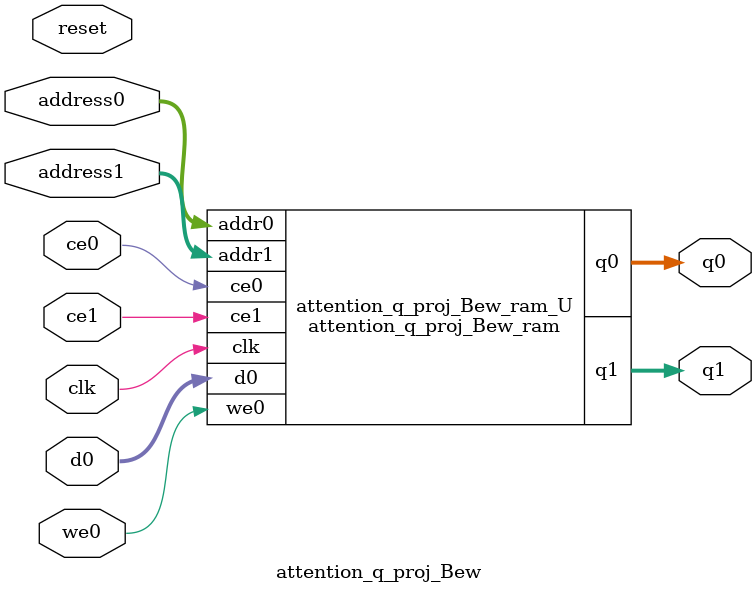
<source format=v>
`timescale 1 ns / 1 ps
module attention_q_proj_Bew_ram (addr0, ce0, d0, we0, q0, addr1, ce1, q1,  clk);

parameter DWIDTH = 40;
parameter AWIDTH = 5;
parameter MEM_SIZE = 24;

input[AWIDTH-1:0] addr0;
input ce0;
input[DWIDTH-1:0] d0;
input we0;
output reg[DWIDTH-1:0] q0;
input[AWIDTH-1:0] addr1;
input ce1;
output reg[DWIDTH-1:0] q1;
input clk;

(* ram_style = "distributed" *)reg [DWIDTH-1:0] ram[0:MEM_SIZE-1];




always @(posedge clk)  
begin 
    if (ce0) begin
        if (we0) 
            ram[addr0] <= d0; 
        q0 <= ram[addr0];
    end
end


always @(posedge clk)  
begin 
    if (ce1) begin
        q1 <= ram[addr1];
    end
end


endmodule

`timescale 1 ns / 1 ps
module attention_q_proj_Bew(
    reset,
    clk,
    address0,
    ce0,
    we0,
    d0,
    q0,
    address1,
    ce1,
    q1);

parameter DataWidth = 32'd40;
parameter AddressRange = 32'd24;
parameter AddressWidth = 32'd5;
input reset;
input clk;
input[AddressWidth - 1:0] address0;
input ce0;
input we0;
input[DataWidth - 1:0] d0;
output[DataWidth - 1:0] q0;
input[AddressWidth - 1:0] address1;
input ce1;
output[DataWidth - 1:0] q1;



attention_q_proj_Bew_ram attention_q_proj_Bew_ram_U(
    .clk( clk ),
    .addr0( address0 ),
    .ce0( ce0 ),
    .we0( we0 ),
    .d0( d0 ),
    .q0( q0 ),
    .addr1( address1 ),
    .ce1( ce1 ),
    .q1( q1 ));

endmodule


</source>
